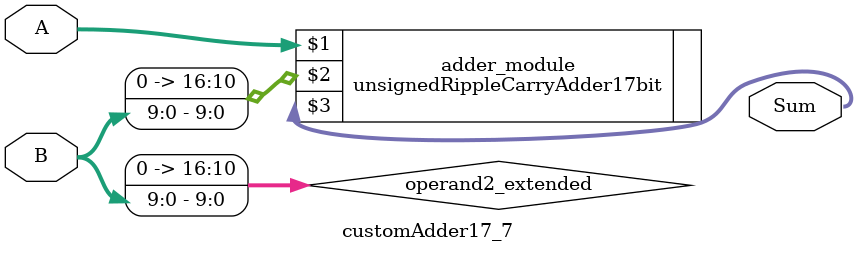
<source format=v>

module customAdder17_7(
                    input [16 : 0] A,
                    input [9 : 0] B,
                    
                    output [17 : 0] Sum
            );

    wire [16 : 0] operand2_extended;
    
    assign operand2_extended =  {7'b0, B};
    
    unsignedRippleCarryAdder17bit adder_module(
        A,
        operand2_extended,
        Sum
    );
    
endmodule
        
</source>
